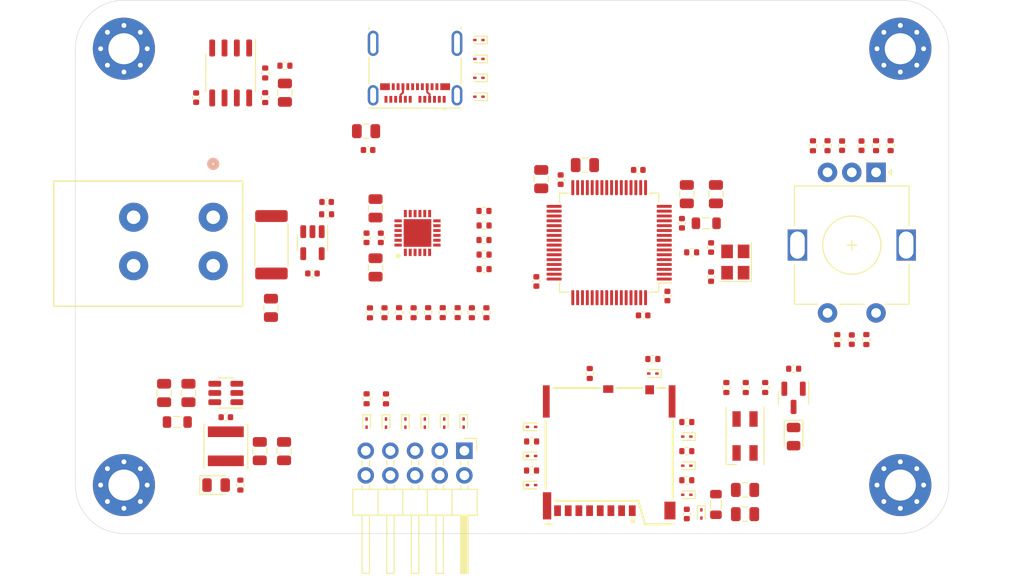
<source format=kicad_pcb>
(kicad_pcb (version 20221018) (generator pcbnew)
  (layers (0 "F.Cu" mixed) (1 "In1.Cu" power) (2 "In2.Cu" power) (31 "B.Cu" mixed) (34 "B.Paste" user) (35 "F.Paste" user) (36 "B.SilkS" user "B.Silkscreen") (37 "F.SilkS" user "F.Silkscreen") (38 "B.Mask" user) (39 "F.Mask" user) (44 "Edge.Cuts" user))
  (net 0 "")
  (net 1 "+3V3")
  (net 2 "GND")
  (net 3 "+3V3A")
  (net 4 "/Digital/Strapping/XTAL_IN")
  (net 5 "/Digital/Strapping/HSE_IN")
  (net 6 "VBUS")
  (net 7 "VDC")
  (net 8 "Net-(U1-VCAP_1)")
  (net 9 "/PD/VCCD")
  (net 10 "Net-(C21-Pad2)")
  (net 11 "/PD/I-Mess/I_MEAS")
  (net 12 "/UI/VSD")
  (net 13 "/Digital/Strapping/NRST")
  (net 14 "/Digital/SWO")
  (net 15 "/Digital/SWCLK")
  (net 16 "/Digital/SWDIO")
  (net 17 "/Digital/Strapping/BOOT0")
  (net 18 "Net-(D7-K)")
  (net 19 "Net-(D7-A)")
  (net 20 "Net-(D8-RK)")
  (net 21 "Net-(D8-GK)")
  (net 22 "Net-(D8-BK)")
  (net 23 "/Digital/USB_D-")
  (net 24 "/Digital/USB_D+")
  (net 25 "/PD/CC2")
  (net 26 "/PD/CC1")
  (net 27 "/UI/SDIO_CMD")
  (net 28 "/UI/SDIO_CLK")
  (net 29 "/UI/SDIO_D0")
  (net 30 "/UI/SDIO_D1")
  (net 31 "/UI/SD_DET")
  (net 32 "/UI/SDIO_D3")
  (net 33 "/UI/SDIO_D2")
  (net 46 "/UI/SD_CLK")
  (net 48 "/Digital/PD_FAULT")
  (net 49 "Net-(Q2A-S)")
  (net 50 "Net-(Q2A-G)")
  (net 51 "/Digital/Strapping/HSE_OUT")
  (net 52 "/Digital/PD_FLIP")
  (net 53 "/Digital/PD_SDA")
  (net 54 "/Digital/PD_SCL")
  (net 55 "/Digital/PD_INT")
  (net 56 "/PD/VDC_OUT")
  (net 57 "/PD/FET_SW")
  (net 58 "Net-(R14-Pad2)")
  (net 59 "/UI/ROT_A")
  (net 60 "Net-(R15-Pad2)")
  (net 61 "/UI/ROT_B")
  (net 62 "Net-(R16-Pad2)")
  (net 63 "/UI/ROT_SW")
  (net 64 "Net-(U2-SAFE_PWR_EN)")
  (net 65 "/Digital/PD_SAFE")
  (net 66 "/Digital/NPWM_R")
  (net 67 "/Digital/NPWM_G")
  (net 68 "/Digital/NPWM_B")
  (net 69 "/PD/PDP-Config/VBUS_MAX")
  (net 70 "/PD/PDP-Config/VBUS_MIN")
  (net 71 "/PD/PDP-Config/ISNK_COARSE")
  (net 72 "/PD/PDP-Config/ISNK_FINE")
  (net 73 "Net-(R32-Pad1)")
  (net 99 "/Digital/SDIO_D1")
  (net 102 "/Digital/SDIO_D2")
  (net 103 "/Digital/SDIO_D3")
  (net 104 "/Digital/SDIO_CLK")
  (net 105 "/Digital/SDIO_CMD")
  (net 107 "/Digital/SDIO_D0")
  (net 112 "/SMPS/BUCK_CB")
  (net 113 "/SMPS/BUCK_SW")
  (net 114 "/SMPS/BUCK_VIN")
  (net 115 "/SMPS/LED_A")
  (footprint "Resistor_SMD:R_0402_1005Metric" (layer "F.Cu") (at 97.005 126.11 90)
    (fp_text reference "R3" hide)
    (fp_text value "20k")
  )
  (footprint "Resistor_SMD:R_0402_1005Metric" (layer "F.Cu") (at 99.85 117.23 90)
    (fp_text reference "R22" hide)
    (fp_text value "R")
  )
  (footprint "Resistor_SMD:R_0402_1005Metric" (layer "F.Cu") (at 82 135 -90)
    (fp_text reference "R40" hide)
    (fp_text value "2k2")
  )
  (footprint "Inductor_SMD:L_Sunlord_SWPA4030S" (layer "F.Cu") (at 80.5 131 -90)
    (fp_text reference "L1" hide)
    (fp_text value "3u3")
  )
  (footprint "Rotary_Encoder:RotaryEncoder_Alps_EC11E-Switch_Vertical_H20mm" (layer "F.Cu") (at 147.5 102.75 -90)
    (fp_text reference "SW1" hide)
    (fp_text value "EC11N152440x")
  )
  (footprint "Resistor_SMD:R_2512_6332Metric" (layer "F.Cu") (at 85.2 110.217601 -90)
    (fp_text reference "R9" hide)
    (fp_text value "12m")
  )
  (footprint "Resistor_SMD:R_0402_1005Metric" (layer "F.Cu") (at 105.85 117.23 90)
    (fp_text reference "R28" hide)
    (fp_text value "R")
  )
  (footprint "Resistor_SMD:R_0402_1005Metric" (layer "F.Cu") (at 118 123.49 -90)
    (fp_text reference "R39" hide)
    (fp_text value "22R")
  )
  (footprint "Capacitor_SMD:C_0402_1005Metric" (layer "F.Cu") (at 115 103.5 90)
    (fp_text reference "C5" hide)
    (fp_text value "100n")
  )
  (footprint "MountingHole:MountingHole_3.2mm_M3_Pad_Via" (layer "F.Cu") (at 150 90)
    (fp_text reference "REF**" hide)
    (fp_text value "MountingHole_3.2mm_M3_Pad_Via")
  )
  (footprint "Capacitor_SMD:C_0402_1005Metric" (layer "F.Cu") (at 130.5 113.5 -90)
    (fp_text reference "C10" hide)
    (fp_text value "10p")
  )
  (footprint "Resistor_SMD:R_0402_1005Metric" (layer "F.Cu") (at 142.5 100 -90)
    (fp_text reference "R16" hide)
    (fp_text value "2k2")
  )
  (footprint "Package_QFP:LQFP-64_10x10mm_P0.5mm" (layer "F.Cu") (at 120 110 180)
    (fp_text reference "U1" hide)
    (fp_text value "STM32F412RGT6")
  )
  (footprint "Inductor_SMD:L_0805_2012Metric" (layer "F.Cu") (at 131 137 -90)
    (fp_text reference "FB3" hide)
    (fp_text value "100R @ 100MHz")
  )
  (footprint "Resistor_SMD:R_0402_1005Metric" (layer "F.Cu") (at 128 131.5)
    (fp_text reference "R36" hide)
    (fp_text value "20k")
  )
  (footprint "Capacitor_SMD:C_0402_1005Metric" (layer "F.Cu") (at 145 120 90)
    (fp_text reference "C31" hide)
    (fp_text value "100n")
  )
  (footprint "MountingHole:MountingHole_3.2mm_M3_Pad_Via" (layer "F.Cu") (at 150 135)
    (fp_text reference "REF**" hide)
    (fp_text value "MountingHole_3.2mm_M3_Pad_Via")
  )
  (footprint "Capacitor_SMD:C_0402_1005Metric" (layer "F.Cu") (at 90.8852 105.8035)
    (fp_text reference "C23" hide)
    (fp_text value "100n")
  )
  (footprint "Resistor_SMD:R_0402_1005Metric" (layer "F.Cu") (at 107.1 109.73 180)
    (fp_text reference "R4" hide)
    (fp_text value "2k2")
  )
  (footprint "Diode_SMD:D_SOD-923" (layer "F.Cu") (at 106.58 93 180)
    (fp_text reference "D10" hide)
    (fp_text value "ESD9B3.3ST5G")
  )
  (footprint "Resistor_SMD:R_0402_1005Metric" (layer "F.Cu") (at 107.35 117.23 -90)
    (fp_text reference "R29" hide)
    (fp_text value "R")
  )
  (footprint "Inductor_SMD:L_0805_2012Metric" (layer "F.Cu") (at 75.5 128.5)
    (fp_text reference "FB2" hide)
    (fp_text value "100R @ 100MHz")
  )
  (footprint "Capacitor_SMD:C_0805_2012Metric" (layer "F.Cu") (at 86.5 131.5 90)
    (fp_text reference "C28" hide)
    (fp_text value "4u7")
  )
  (footprint "MountingHole:MountingHole_3.2mm_M3_Pad_Via" (layer "F.Cu") (at 70 135)
    (fp_text reference "REF**" hide)
    (fp_text value "MountingHole_3.2mm_M3_Pad_Via")
  )
  (footprint "Capacitor_SMD:C_0402_1005Metric" (layer "F.Cu") (at 128 137.98 90)
    (fp_text reference "C34" hide)
    (fp_text value "100n")
  )
  (footprint "Resistor_SMD:R_0402_1005Metric" (layer "F.Cu") (at 84.556 95.04 90)
    (fp_text reference "R11" hide)
    (fp_text value "20k")
  )
  (footprint "Resistor_SMD:R_0402_1005Metric" (layer "F.Cu") (at 128 134.5)
    (fp_text reference "R38" hide)
    (fp_text value "20k")
  )
  (footprint "Diode_SMD:D_SOD-923" (layer "F.Cu") (at 124.5 123.5 180)
    (fp_text reference "D17" hide)
    (fp_text value "ESD9B3.3ST5G")
  )
  (footprint "Capacitor_SMD:C_0402_1005Metric" (layer "F.Cu") (at 112.5 114 90)
    (fp_text reference "C4" hide)
    (fp_text value "100n")
  )
  (footprint "Capacitor_SMD:C_0402_1005Metric" (layer "F.Cu") (at 95 109.5 90)
    (fp_text reference "C18" hide)
    (fp_text value "100n")
  )
  (footprint "Capacitor_SMD:C_0805_2012Metric" (layer "F.Cu") (at 95.926 106.46 -90)
    (fp_text reference "C17" hide)
    (fp_text value "4u7")
  )
  (footprint "Diode_SMD:D_SOD-923" (layer "F.Cu") (at 112 132)
    (fp_text reference "D15" hide)
    (fp_text value "ESD9B3.3ST5G")
  )
  (footprint "Capacitor_SMD:C_0402_1005Metric" (layer "F.Cu") (at 80.5 128 180)
    (fp_text reference "C24" hide)
    (fp_text value "100n")
  )
  (footprint "Resistor_SMD:R_0402_1005Metric" (layer "F.Cu") (at 96.85 117.23 90)
    (fp_text reference "R24" hide)
    (fp_text value "R")
  )
  (footprint "Diode_SMD:D_SOD-923" (layer "F.Cu") (at 128 133 180)
    (fp_text reference "D13" hide)
    (fp_text value "ESD9B3.3ST5G")
  )
  (footprint "Capacitor_SMD:C_0402_1005Metric" (layer "F.Cu") (at 144 100 -90)
    (fp_text reference "C29" hide)
    (fp_text value "100n")
  )
  (footprint "Capacitor_SMD:C_0805_2012Metric" (layer "F.Cu") (at 117.5 102 180)
    (fp_text reference "C15" hide)
    (fp_text value "4u7")
  )
  (footprint "Package_TO_SOT_SMD:SOT-23" (layer "F.Cu") (at 139 126 -90)
    (fp_text reference "Q1" hide)
    (fp_text value "2N7002")
  )
  (footprint "Resistor_SMD:R_0402_1005Metric" (layer "F.Cu") (at 141 100.01 -90)
    (fp_text reference "R31" hide)
    (fp_text value "20k")
  )
  (footprint "Resistor_SMD:R_0402_1005Metric" (layer "F.Cu") (at 136.075 124.9375 -90)
    (fp_text reference "R19" hide)
    (fp_text value "2k2")
  )
  (footprint "Diode_SMD:D_SOD-923" (layer "F.Cu") (at 106.58 91.05 180)
    (fp_text reference "D11" hide)
    (fp_text value "ESD9B3.3ST5G")
  )
  (footprint "Diode_SMD:D_SOD-923" (layer "F.Cu") (at 99.005 128.61 -90)
    (fp_text reference "D2" hide)
    (fp_text value "ESD9B3.3ST5G")
  )
  (footprint "Resistor_SMD:R_0402_1005Metric" (layer "F.Cu") (at 112 133.5 180)
    (fp_text reference "R34" hide)
    (fp_text value "20k")
  )
  (footprint "SamacSys_Parts:QFN50P400X400X60-25N-D" (layer "F.Cu") (at 100.25 109 90)
    (fp_text reference "U2" hide)
    (fp_text value "CYPD3177-24LQXQ" hide)
  )
  (footprint "Capacitor_SMD:C_0805_2012Metric" (layer "F.Cu") (at 94.95 98.5 180)
    (fp_text reference "C12" hide)
    (fp_text value "4u7")
  )
  (footprint "Capacitor_SMD:C_0402_1005Metric" (layer "F.Cu") (at 96.47 109.5 90)
    (fp_text reference "C19" hide)
    (fp_text value "100n")
  )
  (footprint "Capacitor_SMD:C_0805_2012Metric" (layer "F.Cu") (at 85.1492 116.7255 -90)
    (fp_text reference "C13" hide)
    (fp_text value "4u7")
  )
  (footprint "Capacitor_SMD:C_0805_2012Metric" (layer "F.Cu") (at 74.14 125.5 90)
    (fp_text reference "C25" hide)
    (fp_text value "4u7")
  )
  (footprint "Capacitor_SMD:C_0402_1005Metric" (layer "F.Cu") (at 77.444 95.04 90)
    (fp_text reference "C22" hide)
    (fp_text value "100n")
  )
  (footprint "Diode_SMD:D_SOD-923" (layer "F.Cu") (at 106.58 89.1 180)
    (fp_text reference "D12" hide)
    (fp_text value "ESD9B3.3ST5G")
  )
  (footprint "Resistor_SMD:R_0402_1005Metric" (layer "F.Cu") (at 107.11 108.23 180)
    (fp_text reference "R6" hide)
    (fp_text value "2k2")
  )
  (footprint "Resistor_SMD:R_0402_1005Metric" (layer "F.Cu") (at 132.075 124.9375 -90)
    (fp_text reference "R21" hide)
    (fp_text value "2k2")
  )
  (footprint "Capacitor_SMD:C_0805_2012Metric" (layer "F.Cu") (at 113 103.45 90)
    (fp_text reference "C8" hide)
    (fp_text value "4u7")
  )
  (footprint "Resistor_SMD:R_0402_1005Metric" (layer "F.Cu") (at 143.5 120 -90)
    (fp_text reference "R32" hide)
    (fp_text value "2k2")
  )
  (footprint "Package_SO:SO-8_3.9x4.9mm_P1.27mm" (layer "F.Cu") (at 81 92.5 -90)
    (fp_text reference "Q2" hide)
    (fp_text value "DMP3098LSD")
  )
  (footprint "Resistor_SMD:R_0402_1005Metric" (layer "F.Cu") (at 101.35 117.22 -90)
    (fp_text reference "R18" hide)
    (fp_text value "2k2")
  )
  (footprint "Diode_SMD:D_SOD-923" (layer "F.Cu") (at 95.005 128.61 -90)
    (fp_text reference "D1" hide)
    (fp_text value "ESD9B3.3ST5G")
  )
  (footprint "Capacitor_SMD:C_0805_2012Metric" (layer "F.Cu") (at 134 138)
    (fp_text reference "C33" hide)
    (fp_text value "4u7")
  )
  (footprint "Capacitor_SMD:C_0805_2012Metric" (layer "F.Cu") (at 134 135.5)
    (fp_text reference "C32" hide)
    (fp_text value "4u7")
  )
  (footprint "Package_TO_SOT_SMD:SOT-23-5" (layer "F.Cu") (at 89.4272 110 -90)
    (fp_text reference "U3" hide)
    (fp_text value "INA180A2")
  )
  (footprint "Resistor_SMD:R_0402_1005Metric" (layer "F.Cu") (at 95.35 117.24 -90)
    (fp_text reference "R25" hide)
    (fp_text value "R")
  )
  (footprint "Resistor_SMD:R_0402_1005Metric" (layer "F.Cu") (at 149 100 -90)
    (fp_text reference "R30" hide)
    (fp_text value "20k")
  )
  (footprint "Capacitor_SMD:C_0805_2012Metric" (layer "F.Cu") (at 128 105 90)
    (fp_text reference "C2" hide)
    (fp_text value "4u7")
  )
  (footprint "Resistor_SMD:R_0402_1005Metric" (layer "F.Cu") (at 146.5 119.99 90)
    (fp_text reference "R17" hide)
    (fp_text value "20k")
  )
  (footprint "Capacitor_SMD:C_0402_1005Metric" (layer "F.Cu") (at 126 115.5 -90)
    (fp_text reference "C6" hide)
    (fp_text value "100n")
  )
  (footprint "Resistor_SMD:R_0402_1005Metric" (layer "F.Cu") (at 112.01 130.5 180)
    (fp_text reference "R35" hide)
    (fp_text value "20k")
  )
  (footprint "Capacitor_SMD:C_0402_1005Metric" (layer "F.Cu") (at 130.5 110.5 90)
    (fp_text reference "C9" hide)
    (fp_text value "10p")
  )
  (footprint "Resistor_SMD:R_0402_1005Metric" (layer "F.Cu") (at 139.01 123 180)
    (fp_text reference "R8" hide)
    (fp_text value "20k")
  )
  (footprint "Capacitor_SMD:C_0402_1005Metric" (layer "F.Cu") (at 146 100 -90)
    (fp_text reference "C30" hide)
    (fp_text value "100n")
  )
  (footprint "Resistor_SMD:R_0402_1005Metric" (layer "F.Cu") (at 104.39 117.22 -90)
    (fp_text reference "R27" hide)
    (fp_text value "R")
  )
  (footprint "Resistor_SMD:R_0402_1005Metric" (layer "F.Cu") (at 98.35 117.22 -90)
    (fp_text reference "R23" hide)
    (fp_text value "R")
  )
  (footprint "Capacitor_SMD:C_0805_2012Metric" (layer "F.Cu") (at 131 105 90)
    (fp_text reference "C1" hide)
    (fp_text value "4u7")
  )
  (footprint "Diode_SMD:D_SOD-923" (layer "F.Cu") (at 97.005 128.61 -90)
    (fp_text reference "D6" hide)
    (fp_text value "ESD9B3.3ST5G")
  )
  (footprint "MountingHole:MountingHole_3.2mm_M3_Pad_Via" (layer "F.Cu") (at 70 90)
    (fp_text reference "REF**" hide)
    (fp_text value "MountingHole_3.2mm_M3_Pad_Via")
  )
  (footprint "Resistor_SMD:R_0402_1005Metric" (layer "F.Cu") (at 147.5 100 -90)
    (fp_text reference "R15" hide)
    (fp_text value "2k2")
  )
  (footprint "SamacSys_Parts:503398-1892" (layer "F.Cu") (at 126.55 139.04 180)
    (fp_text reference "J5" hide)
    (fp_text value "Micro_SD_Card_Det1" hide)
  )
  (footprint "Resistor_SMD:R_0402_1005Metric" (layer "F.Cu") (at 124.5 122)
    (fp_text reference "R33" hide)
    (fp_text value "1M")
  )
  (footprint "Resistor_SMD:R_0402_1005Metric" (layer "F.Cu") (at 107.11 111.23 180)
    (fp_text reference "R7" hide)
    (fp_text value "2k2")
  )
  (footprint "TerminalBlock_WAGO:TerminalBlock_WAGO_2604-1102" (layer "F.Cu") (at 79.2012 107.379899 -90)
    (fp_text reference "J3" hide)
    (fp_text value "VDC")
  )
  (footprint "Diode_SMD:D_SOD-923" (layer "F.Cu") (at 103.005 128.61 -90)
    (fp_text reference "D4" hide)
    (fp_text value "ESD9B3.3ST5G")
  )
  (footprint "Package_TO_SOT_SMD:SOT-23-6" (layer "F.Cu") (at 80.5 125.5 180)
    (fp_text reference "U4" hide)
    (fp_text value "LMR50410-Q1")
  )
  (footprint "Diode_SMD:D_SOD-923" (layer "F.Cu") (at 128 136 180)
    (fp_text reference "D19" hide)
    (fp_text value "ESD9B3.3ST5G")
  )
  (footprint "Inductor_SMD:L_0805_2012Metric" (layer "F.Cu") (at 130 108)
    (fp_text reference "FB1" hide)
    (fp_text value "100R @ 100MHz")
  )
  (footprint "Diode_SMD:D_SOD-923" (layer "F.Cu") (at 129.5 137.98 -90)
    (fp_text reference "D20" hide)
    (fp_text value "ESD9B3.3ST5G")
  )
  (footprint "Resistor_SMD:R_0402_1005Metric" (layer "F.Cu") (at 84.556 92.502 -90)
    (fp_text reference "R12" hide)
    (fp_text value "2k2")
  )
  (footprint "Diode_SMD:D_SOD-923" (layer "F.Cu") (at 112 135)
    (fp_text reference "D16" hide)
    (fp_text value "ESD9B3.3ST5G")
  )
  (footprint "Diode_SMD:D_SOD-923" (layer "F.Cu") (at 101.005 128.61 -90)
    (fp_text reference "D3" hide)
    (fp_text value "ESD9B3.3ST5G")
  )
  (footprint "Capacitor_SMD:C_0805_2012Metric" (layer "F.Cu") (at 84 131.5 90)
    (fp_text reference "C27" hide)
    (fp_text value "4u7")
  )
  (footprint "Resistor_SMD:R_0402_1005Metric" (layer "F.Cu") (at 134.075 124.9375 -90)
    (fp_text reference "R20" hide)
    (fp_text value "2k2")
  )
  (footprint "Resistor_SMD:R_0402_1005Metric" (layer "F.Cu") (at 102.85 117.22 90)
    (fp_text reference "R26" hide)
    (fp_text value "R")
  )
  (footprint "Capacitor_SMD:C_0402_1005Metric" (layer "F.Cu") (at 89.4272 113.175 180)
    (fp_text reference "C14" hide)
    (fp_text value "100n")
  )
  (footprint "Resistor_SMD:R_0402_1005Metric" (layer "F.Cu") (at 107.11 112.73 180)
    (fp_text reference "R10" hide)
    (fp_text value "2k2")
  )
  (footprint "Crystal:Crystal_SMD_3225-4Pin_3.2x2.5mm" (layer "F.Cu") (at 133 112 90)
    (fp_text reference "Y1" hide)
    (fp_text value "16MHz 9pF")
  )
  (footprint "LED_SMD:LED_0805_2012Metric" (layer "F.Cu") (at 139 130 -90)
    (fp_text reference "D7" hide)
    (fp_text value "RED")
  )
  (footprint "Diode_SMD:D_SOD-923" (layer "F.Cu") (at 106.58 94.95 180)
    (fp_text reference "D9" hide)
    (fp_text value "ESD9B3.3ST5G")
  )
  (footprint "Resistor_SMD:R_0402_1005Metric" (layer "F.Cu") (at 86.588 91.75)
    (fp_text reference "R13" hide)
    (fp_text value "2k2")
  )
  (footprint "Resistor_SMD:R_0402_1005Metric" (layer "F.Cu") (at 90.8852 107.0735 180)
    (fp_text reference "R14" hide)
    (fp_text value "2k2")
  )
  (footprint "Resistor_SMD:R_0402_1005Metric" (layer "F.Cu") (at 107.1 106.73 180)
    (fp_text reference "R5" hide)
    (fp_text value "2k2")
  )
  (footprint "Capacitor_SMD:C_0402_1005Metric" (layer "F.Cu") (at 123 102.5)
    (fp_text reference "C11" hide)
    (fp_text value "100n")
  )
  (footprint "LED_SMD:LED_SK6812MINI_PLCC4_3.5x3.5mm_P1.75mm" (layer "F.Cu") (at 134 129.9375 -90)
    (fp_text reference "D8" hide)
    (fp_text value "LED_RGBA")
  )
  (footprint "Capacitor_SMD:C_0805_2012Metric" (layer "F.Cu") (at 76.65 125.5 90)
    (fp_text reference "C26" hide)
    (fp_text value "4u7")
  )
  (footprint "Capacitor_SMD:C_0402_1005Metric" (layer "F.Cu") (at 123.5 117.5 180)
    (fp_text reference "C7" hide)
    (fp_text value "100n")
  )
  (footprint "LED_SMD:LED_0805_2012Metric" (layer "F.Cu") (at 79.5 135)
    (fp_text reference "D21" hide)
    (fp_text value "RED")
  )
  (footprint "Capacitor_SMD:C_0805_2012Metric" (layer "F.Cu") (at 86.588 94.532 90)
    (fp_text reference "C21" hide)
    (fp_text value "4u7")
  )
  (footprint "Resistor_SMD:R_0402_1005Metric" (layer "F.Cu") (at 128.5 111 180)
    (fp_text reference "R1" hide)
    (fp_text value "22R")
  )
  (footprint "Resistor_SMD:R_0402_1005Metric" (layer "F.Cu") (at 128 128.5)
    (fp_text reference "R37" hide)
    (fp_text value "20k")
  )
  (footprint "Connector_PinHeader_2.54mm:PinHeader_2x05_P2.54mm_Horizontal" (layer "F.Cu") (at 105.08 131.46 -90)
    (fp_text reference "J2" hide)
    (fp_text value "SWD")
  )
  (footprint "Diode_SMD:D_SOD-923" (layer "F.Cu") (at 128 130 180)
    (fp_text reference "D18" hide)
    (fp_text value "ESD9B3.3ST5G")
  )
  (footprint "Connector_USB:USB_C_Receptacle_Molex_105450-0101" (layer "F.Cu") (at 100 92 180)
    (fp_text reference "J1" hide)
    (fp_text value "USB_C_Receptacle")
  )
  (footprint "Diode_SMD:D_SOD-923" (layer "F.Cu") (at 112 129)
    (fp_text reference "D14" hide)
    (fp_text value "ESD9B3.3ST5G")
  )
  (footprint "Capacitor_SMD:C_0402_1005Metric" (layer "F.Cu") (at 127.5 108 -90)
    (fp_text reference "C3" hide)
    (fp_text value "100n")
  )
  (footprint "Diode_SMD:D_SOD-923" (layer "F.Cu") (at 105.005 128.61 -90)
    (fp_text reference "D5" hide)
    (fp_text value "ESD9B3.3ST5G")
  )
  (footprint "Resistor_SMD:R_0402_1005Metric" (layer "F.Cu") (at 95.005 126.1 90)
    (fp_text reference "R2" hide)
    (fp_text value "20k")
  )
  (footprint "Capacitor_SMD:C_0402_1005Metric" (layer "F.Cu") (at 95.16 100.445 180)
    (fp_text reference "C16" hide)
    (fp_text value "100n")
  )
  (footprint "Capacitor_SMD:C_0805_2012Metric" (layer "F.Cu") (at 95.926 112.556 -90)
    (fp_text reference "C20" hide)
    (fp_text value "4u7")
  )
  (gr_line (start 70 85) (end 150 85) (stroke (width 0.05)) (layer "Edge.Cuts"))
  (gr_line (start 65 135) (end 65 90) (stroke (width 0.05)) (layer "Edge.Cuts"))
  (gr_arc (start 155 135) (mid 153.535534 138.535534) (end 150 140) (stroke (width 0.05)) (layer "Edge.Cuts"))
  (gr_arc (start 70 140) (mid 66.464466 138.535534) (end 65 135) (stroke (width 0.05)) (layer "Edge.Cuts"))
  (gr_arc (start 150 85) (mid 153.535534 86.464466) (end 155 90) (stroke (width 0.05)) (layer "Edge.Cuts"))
  (gr_arc (start 65 90) (mid 66.464466 86.464466) (end 70 85) (stroke (width 0.05)) (layer "Edge.Cuts"))
  (gr_line (start 155 90) (end 155 135) (stroke (width 0.05)) (layer "Edge.Cuts"))
  (gr_line (start 150 140) (end 70 140) (stroke (width 0.05)) (layer "Edge.Cuts"))
  (segment (start 98.75 93.915) (end 98.75 94.515) (width 0.2) (layer "F.Cu") (net 6))
  (segment (start 98.5 94.765) (end 98.5 95.215) (width 0.2) (layer "F.Cu") (net 6))
  (segment (start 101.5 94.715) (end 101.5 95.215) (width 0.2) (layer "F.Cu") (net 6))
  (segment (start 98.75 94.515) (end 98.5 94.765) (width 0.2) (layer "F.Cu") (net 6))
  (segment (start 101.25 93.915) (end 101.25 94.465) (width 0.2) (layer "F.Cu") (net 6))
  (segment (start 101.25 94.465) (end 101.5 94.715) (width 0.2) (layer "F.Cu") (net 6))
)
</source>
